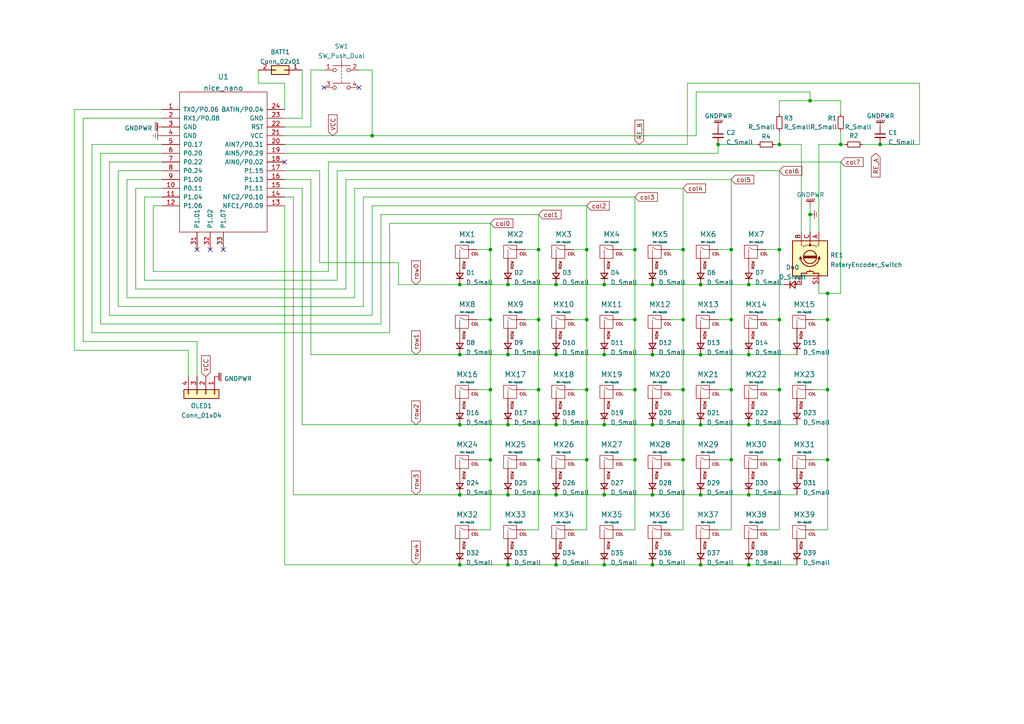
<source format=kicad_sch>
(kicad_sch (version 20211123) (generator eeschema)
  (paper "A4")
  (lib_symbols
    (symbol "Connector_Generic:Conn_01x04" (pin_names (offset 1.016) hide)
      (property "Reference" "J" (at 0 5.08 0))
      (property "Value" "Conn_01x04" (at 0 -7.62 0))
      (symbol "Conn_01x04_1_1"
        (rectangle (start -1.27 -4.953) (end 0 -5.207) (stroke (width 0.1524)))
        (rectangle (start -1.27 -2.413) (end 0 -2.667) (stroke (width 0.1524)))
        (rectangle (start -1.27 0.127) (end 0 -0.127) (stroke (width 0.1524)))
        (rectangle (start -1.27 2.667) (end 0 2.413) (stroke (width 0.1524)))
        (rectangle (start -1.27 3.81) (end 1.27 -6.35) (stroke (width 0.254)) (fill (type background)))
        (pin passive line (at -5.08 2.54 0) (length 3.81) (name "Pin_1") (number "1"))
        (pin passive line (at -5.08 0 0) (length 3.81) (name "Pin_2") (number "2"))
        (pin passive line (at -5.08 -2.54 0) (length 3.81) (name "Pin_3") (number "3"))
        (pin passive line (at -5.08 -5.08 0) (length 3.81) (name "Pin_4") (number "4"))
      )
    )
    (symbol "Connector_Generic:Conn_02x01" (pin_names (offset 1.016) hide)
      (property "Reference" "J" (at 1.27 2.54 0))
      (property "Value" "Conn_02x01" (at 1.27 -2.54 0))
      (symbol "Conn_02x01_1_1"
        (rectangle (start -1.27 0.127) (end 0 -0.127) (stroke (width 0.1524)))
        (rectangle (start -1.27 1.27) (end 3.81 -1.27) (stroke (width 0.254)) (fill (type background)))
        (rectangle (start 3.81 0.127) (end 2.54 -0.127) (stroke (width 0.1524)))
        (pin passive line (at -5.08 0 0) (length 3.81) (name "Pin_1") (number "1"))
        (pin passive line (at 7.62 0 180) (length 3.81) (name "Pin_2") (number "2"))
      )
    )
    (symbol "Device:C_Small" (pin_numbers hide) (pin_names (offset 0.254) hide)
      (property "Reference" "C" (at 0.254 1.778 0))
      (property "Value" "C_Small" (at 0.254 -2.032 0))
      (symbol "C_Small_0_1"
        (polyline (pts (xy -1.524 -0.508) (xy 1.524 -0.508)) (stroke (width 0.3302)))
        (polyline (pts (xy -1.524 0.508) (xy 1.524 0.508)) (stroke (width 0.3048)))
      )
      (symbol "C_Small_1_1"
        (pin passive line (at 0 2.54 270) (length 2.032) (name "~") (number "1"))
        (pin passive line (at 0 -2.54 90) (length 2.032) (name "~") (number "2"))
      )
    )
    (symbol "Device:D_Small" (pin_numbers hide) (pin_names (offset 0.254) hide)
      (property "Reference" "D" (at -1.27 2.032 0))
      (property "Value" "D_Small" (at -3.81 -2.032 0))
      (symbol "D_Small_0_1"
        (polyline (pts (xy -0.762 -1.016) (xy -0.762 1.016)) (stroke (width 0.254)))
        (polyline (pts (xy -0.762 0) (xy 0.762 0)))
        (polyline (pts (xy 0.762 -1.016) (xy -0.762 0) (xy 0.762 1.016) (xy 0.762 -1.016)) (stroke (width 0.254)))
      )
      (symbol "D_Small_1_1"
        (pin passive line (at -2.54 0 0) (length 1.778) (name "K") (number "1"))
        (pin passive line (at 2.54 0 180) (length 1.778) (name "A") (number "2"))
      )
    )
    (symbol "Device:R_Small" (pin_numbers hide) (pin_names (offset 0.254) hide)
      (property "Reference" "R" (at 0.762 0.508 0))
      (property "Value" "R_Small" (at 0.762 -1.016 0))
      (symbol "R_Small_0_1"
        (rectangle (start -0.762 1.778) (end 0.762 -1.778) (stroke (width 0.2032)))
      )
      (symbol "R_Small_1_1"
        (pin passive line (at 0 2.54 270) (length 0.762) (name "~") (number "1"))
        (pin passive line (at 0 -2.54 90) (length 0.762) (name "~") (number "2"))
      )
    )
    (symbol "Device:RotaryEncoder_Switch" (pin_names (offset 0.254) hide)
      (property "Reference" "SW" (at 0 6.604 0))
      (property "Value" "RotaryEncoder_Switch" (at 0 -6.604 0))
      (symbol "RotaryEncoder_Switch_0_1"
        (rectangle (start -5.08 5.08) (end 5.08 -5.08) (stroke (width 0.254)) (fill (type background)))
        (circle (center -3.81 0) (radius 0.254) (fill (type outline)))
        (arc (start -0.381 -2.794) (mid 2.3622 -0.0635) (end -0.381 2.667) (stroke (width 0.254)))
        (circle (center -0.381 0) (radius 1.905) (stroke (width 0.254)))
        (polyline (pts (xy -0.635 -1.778) (xy -0.635 1.778)) (stroke (width 0.254)))
        (polyline (pts (xy -0.381 -1.778) (xy -0.381 1.778)) (stroke (width 0.254)))
        (polyline (pts (xy -0.127 1.778) (xy -0.127 -1.778)) (stroke (width 0.254)))
        (polyline (pts (xy 3.81 0) (xy 3.429 0)) (stroke (width 0.254)))
        (polyline (pts (xy 3.81 1.016) (xy 3.81 -1.016)) (stroke (width 0.254)))
        (polyline (pts (xy -5.08 -2.54) (xy -3.81 -2.54) (xy -3.81 -2.032)))
        (polyline (pts (xy -5.08 2.54) (xy -3.81 2.54) (xy -3.81 2.032)))
        (polyline (pts (xy 0.254 -3.048) (xy -0.508 -2.794) (xy 0.127 -2.413)) (stroke (width 0.254)))
        (polyline (pts (xy 0.254 2.921) (xy -0.508 2.667) (xy 0.127 2.286)) (stroke (width 0.254)))
        (polyline (pts (xy 5.08 -2.54) (xy 4.318 -2.54) (xy 4.318 -1.016)) (stroke (width 0.254)))
        (polyline (pts (xy 5.08 2.54) (xy 4.318 2.54) (xy 4.318 1.016)) (stroke (width 0.254)))
        (polyline (pts (xy -5.08 0) (xy -3.81 0) (xy -3.81 -1.016) (xy -3.302 -2.032)))
        (polyline (pts (xy -4.318 0) (xy -3.81 0) (xy -3.81 1.016) (xy -3.302 2.032)))
        (circle (center 4.318 -1.016) (radius 0.127) (stroke (width 0.254)))
        (circle (center 4.318 1.016) (radius 0.127) (stroke (width 0.254)))
      )
      (symbol "RotaryEncoder_Switch_1_1"
        (pin passive line (at -7.62 2.54 0) (length 2.54) (name "A") (number "A"))
        (pin passive line (at -7.62 -2.54 0) (length 2.54) (name "B") (number "B"))
        (pin passive line (at -7.62 0 0) (length 2.54) (name "C") (number "C"))
        (pin passive line (at 7.62 2.54 180) (length 2.54) (name "S1") (number "S1"))
        (pin passive line (at 7.62 -2.54 180) (length 2.54) (name "S2") (number "S2"))
      )
    )
    (symbol "MX_Alps_Hybrid:MX-NoLED" (pin_names (offset 1.016))
      (property "Reference" "MX" (at -0.635 3.81 0))
      (property "Value" "MX-NoLED" (at -0.635 1.27 0))
      (symbol "MX-NoLED_0_0"
        (rectangle (start -2.54 2.54) (end 1.27 -1.27))
        (polyline (pts (xy -1.27 -1.27) (xy -1.27 1.27)) (stroke (width 0.127)))
        (polyline (pts (xy 1.27 1.27) (xy 0 1.27) (xy -1.27 1.905)) (stroke (width 0.127)))
        (text "COL" (at 3.175 0 0) (effects (font (size 0.762 0.762))))
        (text "ROW" (at 0 -1.905 900) (effects (font (size 0.762 0.762)) (justify right)))
      )
      (symbol "MX-NoLED_1_1"
        (pin passive line (at 3.81 1.27 180) (length 2.54) (name "COL") (number "1"))
        (pin passive line (at -1.27 -3.81 90) (length 2.54) (name "ROW") (number "2"))
      )
    )
    (symbol "Switch:SW_Push_Dual" (pin_names (offset 1.016) hide)
      (property "Reference" "SW" (at 1.27 2.54 0))
      (property "Value" "SW_Push_Dual" (at 0 -6.858 0))
      (symbol "SW_Push_Dual_0_1"
        (circle (center -2.032 -5.08) (radius 0.508))
        (circle (center -2.032 0) (radius 0.508))
        (polyline (pts (xy 0 -3.048) (xy 0 -3.556)))
        (polyline (pts (xy 0 -2.032) (xy 0 -2.54)))
        (polyline (pts (xy 0 -1.524) (xy 0 -1.016)))
        (polyline (pts (xy 0 -0.508) (xy 0 0)))
        (polyline (pts (xy 0 0.508) (xy 0 1.016)))
        (polyline (pts (xy 0 1.27) (xy 0 3.048)))
        (polyline (pts (xy 2.54 -3.81) (xy -2.54 -3.81)))
        (polyline (pts (xy 2.54 1.27) (xy -2.54 1.27)))
        (circle (center 2.032 -5.08) (radius 0.508))
        (circle (center 2.032 0) (radius 0.508))
        (pin passive line (at -5.08 0 0) (length 2.54) (name "1") (number "1"))
        (pin passive line (at 5.08 0 180) (length 2.54) (name "2") (number "2"))
        (pin passive line (at -5.08 -5.08 0) (length 2.54) (name "3") (number "3"))
        (pin passive line (at 5.08 -5.08 180) (length 2.54) (name "4") (number "4"))
      )
    )
    (symbol "nice_nano:nice_nano" (pin_names (offset 1.016))
      (property "Reference" "U" (at 0 0 0))
      (property "Value" "nice_nano" (at 0 2.54 0))
      (symbol "nice_nano_0_1"
        (rectangle (start -12.7 -21.59) (end 12.7 19.05))
      )
      (symbol "nice_nano_1_1"
        (pin input line (at -17.78 13.97 0) (length 5.08) (name "TX0/P0.06") (number "1"))
        (pin input line (at -17.78 -8.89 0) (length 5.08) (name "P0.11") (number "10"))
        (pin input line (at -17.78 -11.43 0) (length 5.08) (name "P1.04") (number "11"))
        (pin input line (at -17.78 -13.97 0) (length 5.08) (name "P1.06") (number "12"))
        (pin input line (at 17.78 -13.97 180) (length 5.08) (name "NFC1/P0.09") (number "13"))
        (pin input line (at 17.78 -11.43 180) (length 5.08) (name "NFC2/P0.10") (number "14"))
        (pin input line (at 17.78 -8.89 180) (length 5.08) (name "P1.11") (number "15"))
        (pin input line (at 17.78 -6.35 180) (length 5.08) (name "P1.13") (number "16"))
        (pin input line (at 17.78 -3.81 180) (length 5.08) (name "P1.15") (number "17"))
        (pin input line (at 17.78 -1.27 180) (length 5.08) (name "AIN0/P0.02") (number "18"))
        (pin input line (at 17.78 1.27 180) (length 5.08) (name "AIN5/P0.29") (number "19"))
        (pin input line (at -17.78 11.43 0) (length 5.08) (name "RX1/P0.08") (number "2"))
        (pin input line (at 17.78 3.81 180) (length 5.08) (name "AIN7/P0.31") (number "20"))
        (pin input line (at 17.78 6.35 180) (length 5.08) (name "VCC") (number "21"))
        (pin input line (at 17.78 8.89 180) (length 5.08) (name "RST") (number "22"))
        (pin input line (at 17.78 11.43 180) (length 5.08) (name "GND") (number "23"))
        (pin input line (at 17.78 13.97 180) (length 5.08) (name "BATIN/P0.04") (number "24"))
        (pin input line (at -17.78 8.89 0) (length 5.08) (name "GND") (number "3"))
        (pin input line (at -7.62 -26.67 90) (length 5.08) (name "P1.01") (number "31"))
        (pin input line (at -3.81 -26.67 90) (length 5.08) (name "P1.02") (number "32"))
        (pin input line (at 0 -26.67 90) (length 5.08) (name "P1.07") (number "33"))
        (pin input line (at -17.78 6.35 0) (length 5.08) (name "GND") (number "4"))
        (pin input line (at -17.78 3.81 0) (length 5.08) (name "P0.17") (number "5"))
        (pin input line (at -17.78 1.27 0) (length 5.08) (name "P0.20") (number "6"))
        (pin input line (at -17.78 -1.27 0) (length 5.08) (name "P0.22") (number "7"))
        (pin input line (at -17.78 -3.81 0) (length 5.08) (name "P0.24") (number "8"))
        (pin input line (at -17.78 -6.35 0) (length 5.08) (name "P1.00") (number "9"))
      )
    )
    (symbol "power:Earth" (power) (pin_names (offset 0))
      (symbol "Earth_0_1"
        (polyline (pts (xy -0.635 -1.905) (xy 0.635 -1.905)))
        (polyline (pts (xy -0.127 -2.54) (xy 0.127 -2.54)))
        (polyline (pts (xy 0 -1.27) (xy 0 0)))
        (polyline (pts (xy 1.27 -1.27) (xy -1.27 -1.27)))
      )
      (symbol "Earth_1_1"
        (pin power_in line (at 0 0 270) (length 0) hide (name "Earth") (number "1"))
      )
    )
    (symbol "power:GNDPWR" (power) (pin_names (offset 0))
      (property "Value" "GNDPWR" (at 0 -3.302 0))
      (symbol "GNDPWR_0_1"
        (polyline (pts (xy 0 -1.27) (xy 0 0)))
        (polyline (pts (xy -1.016 -1.27) (xy -1.27 -2.032) (xy -1.27 -2.032)) (stroke (width 0.2032)))
        (polyline (pts (xy -0.508 -1.27) (xy -0.762 -2.032) (xy -0.762 -2.032)) (stroke (width 0.2032)))
        (polyline (pts (xy 0 -1.27) (xy -0.254 -2.032) (xy -0.254 -2.032)) (stroke (width 0.2032)))
        (polyline (pts (xy 0.508 -1.27) (xy 0.254 -2.032) (xy 0.254 -2.032)) (stroke (width 0.2032)))
        (polyline (pts (xy 1.016 -1.27) (xy -1.016 -1.27) (xy -1.016 -1.27)) (stroke (width 0.2032)))
        (polyline (pts (xy 1.016 -1.27) (xy 0.762 -2.032) (xy 0.762 -2.032) (xy 0.762 -2.032)) (stroke (width 0.2032)))
      )
      (symbol "GNDPWR_1_1"
        (pin power_in line (at 0 0 270) (length 0) hide (name "GNDPWR") (number "1"))
      )
    )
  )
  (junction (at 184.15 113.03))
  (junction (at 133.35 102.87))
  (junction (at 189.23 143.51))
  (junction (at 255.27 41.91))
  (junction (at 156.21 72.39))
  (junction (at 189.23 102.87))
  (junction (at 203.2 123.19))
  (junction (at 203.2 102.87))
  (junction (at 240.03 113.03))
  (junction (at 170.18 72.39))
  (junction (at 234.95 29.21))
  (junction (at 142.24 72.39))
  (junction (at 107.95 39.37))
  (junction (at 175.26 143.51))
  (junction (at 147.32 102.87))
  (junction (at 203.2 82.55))
  (junction (at 189.23 123.19))
  (junction (at 212.09 133.35))
  (junction (at 175.26 163.83))
  (junction (at 226.06 113.03))
  (junction (at 217.17 82.55))
  (junction (at 240.03 85.09))
  (junction (at 147.32 163.83))
  (junction (at 170.18 133.35))
  (junction (at 161.29 82.55))
  (junction (at 170.18 92.71))
  (junction (at 217.17 102.87))
  (junction (at 147.32 123.19))
  (junction (at 217.17 163.83))
  (junction (at 184.15 72.39))
  (junction (at 184.15 92.71))
  (junction (at 161.29 102.87))
  (junction (at 212.09 72.39))
  (junction (at 184.15 133.35))
  (junction (at 161.29 123.19))
  (junction (at 175.26 82.55))
  (junction (at 189.23 163.83))
  (junction (at 217.17 123.19))
  (junction (at 161.29 143.51))
  (junction (at 217.17 143.51))
  (junction (at 133.35 143.51))
  (junction (at 170.18 113.03))
  (junction (at 243.84 41.91))
  (junction (at 212.09 92.71))
  (junction (at 208.28 41.91))
  (junction (at 203.2 163.83))
  (junction (at 161.29 163.83))
  (junction (at 156.21 92.71))
  (junction (at 234.95 62.23))
  (junction (at 142.24 113.03))
  (junction (at 142.24 92.71))
  (junction (at 189.23 82.55))
  (junction (at 203.2 143.51))
  (junction (at 133.35 123.19))
  (junction (at 212.09 113.03))
  (junction (at 240.03 92.71))
  (junction (at 156.21 133.35))
  (junction (at 198.12 133.35))
  (junction (at 147.32 82.55))
  (junction (at 198.12 72.39))
  (junction (at 226.06 92.71))
  (junction (at 133.35 163.83))
  (junction (at 147.32 143.51))
  (junction (at 133.35 82.55))
  (junction (at 226.06 133.35))
  (junction (at 240.03 133.35))
  (junction (at 175.26 102.87))
  (junction (at 156.21 113.03))
  (junction (at 226.06 41.91))
  (junction (at 226.06 72.39))
  (junction (at 198.12 92.71))
  (junction (at 142.24 133.35))
  (junction (at 175.26 123.19))
  (junction (at 198.12 113.03))
  (no_connect (at 104.14 25.4))
  (no_connect (at 93.98 25.4))
  (no_connect (at 64.77 72.39))
  (no_connect (at 57.15 72.39))
  (no_connect (at 60.96 72.39))
  (no_connect (at 82.55 46.99))
  (wire (pts (xy 100.33 52.07) (xy 100.33 83.82)))
  (wire (pts (xy 212.09 133.35) (xy 212.09 153.67)))
  (wire (pts (xy 240.03 85.09) (xy 240.03 92.71)))
  (wire (pts (xy 41.91 81.28) (xy 41.91 57.15)))
  (wire (pts (xy 243.84 85.09) (xy 243.84 46.99)))
  (wire (pts (xy 147.32 143.51) (xy 161.29 143.51)))
  (wire (pts (xy 142.24 153.67) (xy 138.43 153.67)))
  (wire (pts (xy 107.95 59.69) (xy 107.95 91.44)))
  (wire (pts (xy 97.79 49.53) (xy 226.06 49.53)))
  (wire (pts (xy 212.09 153.67) (xy 208.28 153.67)))
  (wire (pts (xy 113.03 64.77) (xy 113.03 96.52)))
  (wire (pts (xy 266.7 24.13) (xy 199.39 24.13)))
  (wire (pts (xy 142.24 72.39) (xy 142.24 64.77)))
  (wire (pts (xy 203.2 82.55) (xy 217.17 82.55)))
  (wire (pts (xy 236.22 133.35) (xy 240.03 133.35)))
  (wire (pts (xy 107.95 39.37) (xy 201.93 39.37)))
  (wire (pts (xy 161.29 102.87) (xy 175.26 102.87)))
  (wire (pts (xy 95.25 46.99) (xy 95.25 78.74)))
  (wire (pts (xy 189.23 82.55) (xy 203.2 82.55)))
  (wire (pts (xy 180.34 72.39) (xy 184.15 72.39)))
  (wire (pts (xy 102.87 54.61) (xy 198.12 54.61)))
  (wire (pts (xy 95.25 46.99) (xy 243.84 46.99)))
  (wire (pts (xy 166.37 113.03) (xy 170.18 113.03)))
  (wire (pts (xy 87.63 34.29) (xy 87.63 20.32)))
  (wire (pts (xy 203.2 143.51) (xy 217.17 143.51)))
  (wire (pts (xy 156.21 62.23) (xy 156.21 72.39)))
  (wire (pts (xy 90.17 52.07) (xy 82.55 52.07)))
  (wire (pts (xy 208.28 41.91) (xy 208.28 44.45)))
  (wire (pts (xy 226.06 41.91) (xy 224.79 41.91)))
  (wire (pts (xy 24.13 34.29) (xy 46.99 34.29)))
  (wire (pts (xy 180.34 113.03) (xy 184.15 113.03)))
  (wire (pts (xy 90.17 52.07) (xy 90.17 102.87)))
  (wire (pts (xy 92.71 49.53) (xy 92.71 76.2)))
  (wire (pts (xy 82.55 34.29) (xy 87.63 34.29)))
  (wire (pts (xy 152.4 113.03) (xy 156.21 113.03)))
  (wire (pts (xy 170.18 153.67) (xy 166.37 153.67)))
  (wire (pts (xy 234.95 59.69) (xy 234.95 62.23)))
  (wire (pts (xy 85.09 57.15) (xy 85.09 143.51)))
  (wire (pts (xy 198.12 153.67) (xy 194.31 153.67)))
  (wire (pts (xy 74.93 20.32) (xy 74.93 24.13)))
  (wire (pts (xy 198.12 92.71) (xy 198.12 113.03)))
  (wire (pts (xy 147.32 82.55) (xy 161.29 82.55)))
  (wire (pts (xy 161.29 123.19) (xy 175.26 123.19)))
  (wire (pts (xy 170.18 92.71) (xy 170.18 113.03)))
  (wire (pts (xy 36.83 52.07) (xy 46.99 52.07)))
  (wire (pts (xy 266.7 41.91) (xy 266.7 24.13)))
  (wire (pts (xy 87.63 54.61) (xy 82.55 54.61)))
  (wire (pts (xy 90.17 20.32) (xy 93.98 20.32)))
  (wire (pts (xy 41.91 57.15) (xy 46.99 57.15)))
  (wire (pts (xy 198.12 133.35) (xy 198.12 153.67)))
  (wire (pts (xy 189.23 123.19) (xy 203.2 123.19)))
  (wire (pts (xy 240.03 113.03) (xy 240.03 133.35)))
  (wire (pts (xy 234.95 29.21) (xy 243.84 29.21)))
  (wire (pts (xy 34.29 49.53) (xy 46.99 49.53)))
  (wire (pts (xy 156.21 133.35) (xy 156.21 153.67)))
  (wire (pts (xy 41.91 81.28) (xy 97.79 81.28)))
  (wire (pts (xy 194.31 92.71) (xy 198.12 92.71)))
  (wire (pts (xy 133.35 102.87) (xy 147.32 102.87)))
  (wire (pts (xy 100.33 52.07) (xy 212.09 52.07)))
  (wire (pts (xy 147.32 123.19) (xy 161.29 123.19)))
  (wire (pts (xy 203.2 102.87) (xy 217.17 102.87)))
  (wire (pts (xy 102.87 86.36) (xy 36.83 86.36)))
  (wire (pts (xy 156.21 92.71) (xy 156.21 113.03)))
  (wire (pts (xy 237.49 67.31) (xy 237.49 41.91)))
  (wire (pts (xy 34.29 88.9) (xy 34.29 49.53)))
  (wire (pts (xy 133.35 82.55) (xy 147.32 82.55)))
  (wire (pts (xy 237.49 85.09) (xy 240.03 85.09)))
  (wire (pts (xy 201.93 39.37) (xy 201.93 26.67)))
  (wire (pts (xy 232.41 67.31) (xy 232.41 41.91)))
  (wire (pts (xy 54.61 101.6) (xy 21.59 101.6)))
  (wire (pts (xy 226.06 92.71) (xy 226.06 113.03)))
  (wire (pts (xy 240.03 92.71) (xy 240.03 113.03)))
  (wire (pts (xy 180.34 133.35) (xy 184.15 133.35)))
  (wire (pts (xy 113.03 64.77) (xy 142.24 64.77)))
  (wire (pts (xy 105.41 88.9) (xy 34.29 88.9)))
  (wire (pts (xy 240.03 85.09) (xy 243.84 85.09)))
  (wire (pts (xy 208.28 92.71) (xy 212.09 92.71)))
  (wire (pts (xy 189.23 143.51) (xy 203.2 143.51)))
  (wire (pts (xy 234.95 62.23) (xy 234.95 67.31)))
  (wire (pts (xy 226.06 113.03) (xy 226.06 133.35)))
  (wire (pts (xy 92.71 49.53) (xy 82.55 49.53)))
  (wire (pts (xy 180.34 92.71) (xy 184.15 92.71)))
  (wire (pts (xy 115.57 82.55) (xy 115.57 76.2)))
  (wire (pts (xy 142.24 133.35) (xy 142.24 153.67)))
  (wire (pts (xy 29.21 44.45) (xy 29.21 93.98)))
  (wire (pts (xy 243.84 29.21) (xy 243.84 33.02)))
  (wire (pts (xy 82.55 163.83) (xy 133.35 163.83)))
  (wire (pts (xy 156.21 72.39) (xy 156.21 92.71)))
  (wire (pts (xy 175.26 123.19) (xy 189.23 123.19)))
  (wire (pts (xy 217.17 143.51) (xy 231.14 143.51)))
  (wire (pts (xy 36.83 86.36) (xy 36.83 52.07)))
  (wire (pts (xy 175.26 163.83) (xy 189.23 163.83)))
  (wire (pts (xy 175.26 102.87) (xy 189.23 102.87)))
  (wire (pts (xy 133.35 143.51) (xy 147.32 143.51)))
  (wire (pts (xy 189.23 163.83) (xy 203.2 163.83)))
  (wire (pts (xy 152.4 92.71) (xy 156.21 92.71)))
  (wire (pts (xy 175.26 143.51) (xy 189.23 143.51)))
  (wire (pts (xy 156.21 113.03) (xy 156.21 133.35)))
  (wire (pts (xy 142.24 92.71) (xy 142.24 113.03)))
  (wire (pts (xy 189.23 102.87) (xy 203.2 102.87)))
  (wire (pts (xy 222.25 113.03) (xy 226.06 113.03)))
  (wire (pts (xy 212.09 113.03) (xy 212.09 133.35)))
  (wire (pts (xy 133.35 163.83) (xy 147.32 163.83)))
  (wire (pts (xy 255.27 41.91) (xy 266.7 41.91)))
  (wire (pts (xy 39.37 83.82) (xy 39.37 54.61)))
  (wire (pts (xy 105.41 57.15) (xy 105.41 88.9)))
  (wire (pts (xy 208.28 41.91) (xy 219.71 41.91)))
  (wire (pts (xy 24.13 34.29) (xy 24.13 99.06)))
  (wire (pts (xy 240.03 153.67) (xy 236.22 153.67)))
  (wire (pts (xy 133.35 123.19) (xy 147.32 123.19)))
  (wire (pts (xy 44.45 78.74) (xy 44.45 59.69)))
  (wire (pts (xy 82.55 24.13) (xy 82.55 31.75)))
  (wire (pts (xy 31.75 46.99) (xy 46.99 46.99)))
  (wire (pts (xy 161.29 82.55) (xy 175.26 82.55)))
  (wire (pts (xy 110.49 62.23) (xy 110.49 93.98)))
  (wire (pts (xy 95.25 78.74) (xy 44.45 78.74)))
  (wire (pts (xy 31.75 91.44) (xy 31.75 46.99)))
  (wire (pts (xy 208.28 133.35) (xy 212.09 133.35)))
  (wire (pts (xy 107.95 20.32) (xy 104.14 20.32)))
  (wire (pts (xy 107.95 39.37) (xy 107.95 20.32)))
  (wire (pts (xy 201.93 26.67) (xy 234.95 26.67)))
  (wire (pts (xy 203.2 163.83) (xy 217.17 163.83)))
  (wire (pts (xy 82.55 36.83) (xy 90.17 36.83)))
  (wire (pts (xy 222.25 92.71) (xy 226.06 92.71)))
  (wire (pts (xy 170.18 133.35) (xy 170.18 153.67)))
  (wire (pts (xy 203.2 123.19) (xy 217.17 123.19)))
  (wire (pts (xy 82.55 41.91) (xy 199.39 41.91)))
  (wire (pts (xy 240.03 133.35) (xy 240.03 153.67)))
  (wire (pts (xy 85.09 143.51) (xy 133.35 143.51)))
  (wire (pts (xy 226.06 33.02) (xy 226.06 29.21)))
  (wire (pts (xy 236.22 92.71) (xy 240.03 92.71)))
  (wire (pts (xy 184.15 133.35) (xy 184.15 153.67)))
  (wire (pts (xy 194.31 133.35) (xy 198.12 133.35)))
  (wire (pts (xy 138.43 92.71) (xy 142.24 92.71)))
  (wire (pts (xy 170.18 113.03) (xy 170.18 133.35)))
  (wire (pts (xy 170.18 72.39) (xy 170.18 92.71)))
  (wire (pts (xy 39.37 54.61) (xy 46.99 54.61)))
  (wire (pts (xy 237.49 41.91) (xy 243.84 41.91)))
  (wire (pts (xy 21.59 31.75) (xy 46.99 31.75)))
  (wire (pts (xy 194.31 72.39) (xy 198.12 72.39)))
  (wire (pts (xy 142.24 72.39) (xy 142.24 92.71)))
  (wire (pts (xy 184.15 92.71) (xy 184.15 113.03)))
  (wire (pts (xy 198.12 113.03) (xy 198.12 133.35)))
  (wire (pts (xy 222.25 133.35) (xy 226.06 133.35)))
  (wire (pts (xy 147.32 163.83) (xy 161.29 163.83)))
  (wire (pts (xy 175.26 82.55) (xy 189.23 82.55)))
  (wire (pts (xy 115.57 76.2) (xy 92.71 76.2)))
  (wire (pts (xy 102.87 54.61) (xy 102.87 86.36)))
  (wire (pts (xy 142.24 113.03) (xy 142.24 133.35)))
  (wire (pts (xy 226.06 41.91) (xy 226.06 38.1)))
  (wire (pts (xy 226.06 72.39) (xy 226.06 92.71)))
  (wire (pts (xy 243.84 38.1) (xy 243.84 41.91)))
  (wire (pts (xy 226.06 133.35) (xy 226.06 153.67)))
  (wire (pts (xy 110.49 62.23) (xy 156.21 62.23)))
  (wire (pts (xy 226.06 72.39) (xy 226.06 49.53)))
  (wire (pts (xy 234.95 26.67) (xy 234.95 29.21)))
  (wire (pts (xy 87.63 54.61) (xy 87.63 123.19)))
  (wire (pts (xy 113.03 96.52) (xy 26.67 96.52)))
  (wire (pts (xy 226.06 153.67) (xy 222.25 153.67)))
  (wire (pts (xy 170.18 72.39) (xy 170.18 59.69)))
  (wire (pts (xy 166.37 72.39) (xy 170.18 72.39)))
  (wire (pts (xy 57.15 99.06) (xy 24.13 99.06)))
  (wire (pts (xy 138.43 133.35) (xy 142.24 133.35)))
  (wire (pts (xy 199.39 24.13) (xy 199.39 41.91)))
  (wire (pts (xy 82.55 39.37) (xy 107.95 39.37)))
  (wire (pts (xy 222.25 72.39) (xy 226.06 72.39)))
  (wire (pts (xy 217.17 163.83) (xy 231.14 163.83)))
  (wire (pts (xy 74.93 24.13) (xy 82.55 24.13)))
  (wire (pts (xy 236.22 113.03) (xy 240.03 113.03)))
  (wire (pts (xy 198.12 72.39) (xy 198.12 92.71)))
  (wire (pts (xy 212.09 72.39) (xy 212.09 92.71)))
  (wire (pts (xy 208.28 113.03) (xy 212.09 113.03)))
  (wire (pts (xy 147.32 102.87) (xy 161.29 102.87)))
  (wire (pts (xy 90.17 102.87) (xy 133.35 102.87)))
  (wire (pts (xy 243.84 41.91) (xy 245.11 41.91)))
  (wire (pts (xy 237.49 82.55) (xy 237.49 85.09)))
  (wire (pts (xy 100.33 83.82) (xy 39.37 83.82)))
  (wire (pts (xy 217.17 82.55) (xy 227.33 82.55)))
  (wire (pts (xy 184.15 113.03) (xy 184.15 133.35)))
  (wire (pts (xy 54.61 109.22) (xy 54.61 101.6)))
  (wire (pts (xy 161.29 143.51) (xy 175.26 143.51)))
  (wire (pts (xy 90.17 36.83) (xy 90.17 20.32)))
  (wire (pts (xy 232.41 41.91) (xy 226.06 41.91)))
  (wire (pts (xy 138.43 72.39) (xy 142.24 72.39)))
  (wire (pts (xy 208.28 72.39) (xy 212.09 72.39)))
  (wire (pts (xy 250.19 41.91) (xy 255.27 41.91)))
  (wire (pts (xy 26.67 41.91) (xy 26.67 96.52)))
  (wire (pts (xy 161.29 163.83) (xy 175.26 163.83)))
  (wire (pts (xy 198.12 72.39) (xy 198.12 54.61)))
  (wire (pts (xy 156.21 153.67) (xy 152.4 153.67)))
  (wire (pts (xy 212.09 72.39) (xy 212.09 52.07)))
  (wire (pts (xy 184.15 72.39) (xy 184.15 92.71)))
  (wire (pts (xy 105.41 57.15) (xy 184.15 57.15)))
  (wire (pts (xy 166.37 133.35) (xy 170.18 133.35)))
  (wire (pts (xy 110.49 93.98) (xy 29.21 93.98)))
  (wire (pts (xy 152.4 72.39) (xy 156.21 72.39)))
  (wire (pts (xy 85.09 57.15) (xy 82.55 57.15)))
  (wire (pts (xy 107.95 91.44) (xy 31.75 91.44)))
  (wire (pts (xy 97.79 49.53) (xy 97.79 81.28)))
  (wire (pts (xy 212.09 92.71) (xy 212.09 113.03)))
  (wire (pts (xy 57.15 109.22) (xy 57.15 99.06)))
  (wire (pts (xy 107.95 59.69) (xy 170.18 59.69)))
  (wire (pts (xy 115.57 82.55) (xy 133.35 82.55)))
  (wire (pts (xy 82.55 44.45) (xy 208.28 44.45)))
  (wire (pts (xy 82.55 59.69) (xy 82.55 163.83)))
  (wire (pts (xy 217.17 102.87) (xy 231.14 102.87)))
  (wire (pts (xy 184.15 72.39) (xy 184.15 57.15)))
  (wire (pts (xy 194.31 113.03) (xy 198.12 113.03)))
  (wire (pts (xy 87.63 123.19) (xy 133.35 123.19)))
  (wire (pts (xy 29.21 44.45) (xy 46.99 44.45)))
  (wire (pts (xy 166.37 92.71) (xy 170.18 92.71)))
  (wire (pts (xy 217.17 123.19) (xy 231.14 123.19)))
  (wire (pts (xy 152.4 133.35) (xy 156.21 133.35)))
  (wire (pts (xy 226.06 29.21) (xy 234.95 29.21)))
  (wire (pts (xy 26.67 41.91) (xy 46.99 41.91)))
  (wire (pts (xy 184.15 153.67) (xy 180.34 153.67)))
  (wire (pts (xy 21.59 31.75) (xy 21.59 101.6)))
  (wire (pts (xy 44.45 59.69) (xy 46.99 59.69)))
  (wire (pts (xy 138.43 113.03) (xy 142.24 113.03)))
  (global_label "col4" (shape input) (at 198.12 54.61 0) (property "Intersheet References" "${INTERSHEET_REFS}" (effects hide)))
  (global_label "col2" (shape input) (at 170.18 59.69 0) (property "Intersheet References" "${INTERSHEET_REFS}" (effects hide)))
  (global_label "RE_B" (shape input) (at 185.42 41.91 90) (property "Intersheet References" "${INTERSHEET_REFS}" (effects hide)))
  (global_label "row0" (shape input) (at 120.65 82.55 90) (property "Intersheet References" "${INTERSHEET_REFS}" (effects hide)))
  (global_label "row1" (shape input) (at 120.65 102.87 90) (property "Intersheet References" "${INTERSHEET_REFS}" (effects hide)))
  (global_label "col6" (shape input) (at 226.06 49.53 0) (property "Intersheet References" "${INTERSHEET_REFS}" (effects hide)))
  (global_label "RE_A" (shape input) (at 254 44.45 270) (property "Intersheet References" "${INTERSHEET_REFS}" (effects hide)))
  (global_label "col0" (shape input) (at 142.24 64.77 0) (property "Intersheet References" "${INTERSHEET_REFS}" (effects hide)))
  (global_label "col3" (shape input) (at 184.15 57.15 0) (property "Intersheet References" "${INTERSHEET_REFS}" (effects hide)))
  (global_label "col7" (shape input) (at 243.84 46.99 0) (property "Intersheet References" "${INTERSHEET_REFS}" (effects hide)))
  (global_label "col1" (shape input) (at 156.21 62.23 0) (property "Intersheet References" "${INTERSHEET_REFS}" (effects hide)))
  (global_label "row3" (shape input) (at 120.65 143.51 90) (property "Intersheet References" "${INTERSHEET_REFS}" (effects hide)))
  (global_label "VCC" (shape input) (at 59.69 109.22 90) (property "Intersheet References" "${INTERSHEET_REFS}" (effects hide)))
  (global_label "col5" (shape input) (at 212.09 52.07 0) (property "Intersheet References" "${INTERSHEET_REFS}" (effects hide)))
  (global_label "row4" (shape input) (at 120.65 163.83 90) (property "Intersheet References" "${INTERSHEET_REFS}" (effects hide)))
  (global_label "VCC" (shape input) (at 96.52 39.37 90) (property "Intersheet References" "${INTERSHEET_REFS}" (effects hide)))
  (global_label "row2" (shape input) (at 120.65 123.19 90) (property "Intersheet References" "${INTERSHEET_REFS}" (effects hide)))
  (symbol (lib_id "MX_Alps_Hybrid:MX-NoLED") (at 134.62 154.94 0) (unit 1)
    (property "Reference" "MX32" (at 135.5056 149.2465 0) (effects (font (size 1.524 1.524))))
    (property "Value" "MX-NoLED" (at 135.5056 151.5171 0) (effects (font (size 0.508 0.508))))
    (property "Footprint" "MX_Only:MXOnly-1U-Hotswap-NoLED" (effects hide))
  )
  (symbol (lib_id "MX_Alps_Hybrid:MX-NoLED") (at 232.41 154.94 0) (unit 1)
    (property "Reference" "MX39" (at 233.2956 149.2465 0) (effects (font (size 1.524 1.524))))
    (property "Value" "MX-NoLED" (at 233.2956 151.5171 0) (effects (font (size 0.508 0.508))))
    (property "Footprint" "MX_Only:MXOnly-1U-Hotswap-NoLED" (effects hide))
  )
  (symbol (lib_id "Switch:SW_Push_Dual") (at 99.06 20.32 0) (unit 1)
    (property "Reference" "SW1" (at 99.06 13.4325 0))
    (property "Value" "SW_Push_Dual" (at 99.06 16.2076 0))
    (property "Footprint" "Button_Switch_THT:SW_PUSH_6mm_H5mm" (effects hide))
  )
  (symbol (lib_id "Device:RotaryEncoder_Switch") (at 234.95 74.93 270) (unit 1)
    (property "Reference" "RE1" (at 240.792 74.0215 90) (effects (justify left)))
    (property "Value" "RotaryEncoder_Switch" (at 240.792 76.7966 90) (effects (justify left)))
    (property "Footprint" "Rotary_Encoder:RotaryEncoder_Alps_EC11E-Switch_Vertical_H20mm" (effects hide))
  )
  (symbol (lib_id "Device:D_Small") (at 231.14 120.65 90) (unit 1)
    (property "Reference" "D23" (at 232.918 119.7415 90) (effects (justify right)))
    (property "Value" "D_Small" (at 232.918 122.5166 90) (effects (justify right)))
    (property "Footprint" "Diode_SMD:D_SOD-123" (effects hide))
  )
  (symbol (lib_id "MX_Alps_Hybrid:MX-NoLED") (at 190.5 154.94 0) (unit 1)
    (property "Reference" "MX36" (at 191.3856 149.2465 0) (effects (font (size 1.524 1.524))))
    (property "Value" "MX-NoLED" (at 191.3856 151.5171 0) (effects (font (size 0.508 0.508))))
    (property "Footprint" "MX_Only:MXOnly-1U-Hotswap-NoLED" (effects hide))
  )
  (symbol (lib_id "MX_Alps_Hybrid:MX-NoLED") (at 218.44 73.66 0) (unit 1)
    (property "Reference" "MX7" (at 219.3256 67.9665 0) (effects (font (size 1.524 1.524))))
    (property "Value" "MX-NoLED" (at 219.3256 70.2371 0) (effects (font (size 0.508 0.508))))
    (property "Footprint" "MX_Only:MXOnly-1U-Hotswap-NoLED" (effects hide))
  )
  (symbol (lib_id "MX_Alps_Hybrid:MX-NoLED") (at 190.5 73.66 0) (unit 1)
    (property "Reference" "MX5" (at 191.3856 67.9665 0) (effects (font (size 1.524 1.524))))
    (property "Value" "MX-NoLED" (at 191.3856 70.2371 0) (effects (font (size 0.508 0.508))))
    (property "Footprint" "MX_Only:MXOnly-1U-Hotswap-NoLED" (effects hide))
  )
  (symbol (lib_id "MX_Alps_Hybrid:MX-NoLED") (at 176.53 93.98 0) (unit 1)
    (property "Reference" "MX11" (at 177.4156 88.2865 0) (effects (font (size 1.524 1.524))))
    (property "Value" "MX-NoLED" (at 177.4156 90.5571 0) (effects (font (size 0.508 0.508))))
    (property "Footprint" "MX_Only:MXOnly-1U-Hotswap-NoLED" (effects hide))
  )
  (symbol (lib_id "Device:D_Small") (at 133.35 100.33 90) (unit 1)
    (property "Reference" "D8" (at 135.128 99.4215 90) (effects (justify right)))
    (property "Value" "D_Small" (at 135.128 102.1966 90) (effects (justify right)))
    (property "Footprint" "Diode_SMD:D_SOD-123" (effects hide))
  )
  (symbol (lib_id "MX_Alps_Hybrid:MX-NoLED") (at 218.44 93.98 0) (unit 1)
    (property "Reference" "MX14" (at 219.3256 88.2865 0) (effects (font (size 1.524 1.524))))
    (property "Value" "MX-NoLED" (at 219.3256 90.5571 0) (effects (font (size 0.508 0.508))))
    (property "Footprint" "MX_Only:MXOnly-1U-Hotswap-NoLED" (effects hide))
  )
  (symbol (lib_id "Device:C_Small") (at 208.28 39.37 0) (unit 1)
    (property "Reference" "C2" (at 210.6041 38.4678 0) (effects (justify left)))
    (property "Value" "C_Small" (at 210.6041 41.2429 0) (effects (justify left)))
    (property "Footprint" "Capacitor_SMD:C_0805_2012Metric_Pad1.18x1.45mm_HandSolder" (effects hide))
  )
  (symbol (lib_id "Device:D_Small") (at 161.29 80.01 90) (unit 1)
    (property "Reference" "D3" (at 163.068 79.1015 90) (effects (justify right)))
    (property "Value" "D_Small" (at 163.068 81.8766 90) (effects (justify right)))
    (property "Footprint" "Diode_SMD:D_SOD-123" (effects hide))
  )
  (symbol (lib_id "Device:D_Small") (at 231.14 161.29 90) (unit 1)
    (property "Reference" "D39" (at 232.918 160.3815 90) (effects (justify right)))
    (property "Value" "D_Small" (at 232.918 163.1566 90) (effects (justify right)))
    (property "Footprint" "Diode_SMD:D_SOD-123" (effects hide))
  )
  (symbol (lib_id "Device:D_Small") (at 231.14 140.97 90) (unit 1)
    (property "Reference" "D31" (at 232.918 140.0615 90) (effects (justify right)))
    (property "Value" "D_Small" (at 232.918 142.8366 90) (effects (justify right)))
    (property "Footprint" "Diode_SMD:D_SOD-123" (effects hide))
  )
  (symbol (lib_id "MX_Alps_Hybrid:MX-NoLED") (at 232.41 114.3 0) (unit 1)
    (property "Reference" "MX23" (at 233.2956 108.6065 0) (effects (font (size 1.524 1.524))))
    (property "Value" "MX-NoLED" (at 233.2956 110.8771 0) (effects (font (size 0.508 0.508))))
    (property "Footprint" "MX_Only:MXOnly-1U-Hotswap-NoLED" (effects hide))
  )
  (symbol (lib_id "Device:D_Small") (at 175.26 140.97 90) (unit 1)
    (property "Reference" "D27" (at 177.038 140.0615 90) (effects (justify right)))
    (property "Value" "D_Small" (at 177.038 142.8366 90) (effects (justify right)))
    (property "Footprint" "Diode_SMD:D_SOD-123" (effects hide))
  )
  (symbol (lib_id "MX_Alps_Hybrid:MX-NoLED") (at 204.47 114.3 0) (unit 1)
    (property "Reference" "MX21" (at 205.3556 108.6065 0) (effects (font (size 1.524 1.524))))
    (property "Value" "MX-NoLED" (at 205.3556 110.8771 0) (effects (font (size 0.508 0.508))))
    (property "Footprint" "MX_Only:MXOnly-1U-Hotswap-NoLED" (effects hide))
  )
  (symbol (lib_id "nice_nano:nice_nano") (at 64.77 45.72 0) (unit 1)
    (property "Reference" "U1" (at 64.77 22.2661 0) (effects (font (size 1.524 1.524))))
    (property "Value" "nice_nano" (at 64.77 25.5451 0) (effects (font (size 1.524 1.524))))
    (property "Footprint" "nice-nano-kicad-master:nice_nano" (effects hide))
  )
  (symbol (lib_id "Device:D_Small") (at 217.17 80.01 90) (unit 1)
    (property "Reference" "D7" (at 218.948 79.1015 90) (effects (justify right)))
    (property "Value" "D_Small" (at 218.948 81.8766 90) (effects (justify right)))
    (property "Footprint" "Diode_SMD:D_SOD-123" (effects hide))
  )
  (symbol (lib_id "Device:D_Small") (at 189.23 120.65 90) (unit 1)
    (property "Reference" "D20" (at 191.008 119.7415 90) (effects (justify right)))
    (property "Value" "D_Small" (at 191.008 122.5166 90) (effects (justify right)))
    (property "Footprint" "Diode_SMD:D_SOD-123" (effects hide))
  )
  (symbol (lib_id "MX_Alps_Hybrid:MX-NoLED") (at 176.53 154.94 0) (unit 1)
    (property "Reference" "MX35" (at 177.4156 149.2465 0) (effects (font (size 1.524 1.524))))
    (property "Value" "MX-NoLED" (at 177.4156 151.5171 0) (effects (font (size 0.508 0.508))))
    (property "Footprint" "MX_Only:MXOnly-1U-Hotswap-NoLED" (effects hide))
  )
  (symbol (lib_id "Device:D_Small") (at 231.14 100.33 90) (unit 1)
    (property "Reference" "D15" (at 232.918 99.4215 90) (effects (justify right)))
    (property "Value" "D_Small" (at 232.918 102.1966 90) (effects (justify right)))
    (property "Footprint" "Diode_SMD:D_SOD-123" (effects hide))
  )
  (symbol (lib_id "MX_Alps_Hybrid:MX-NoLED") (at 134.62 73.66 0) (unit 1)
    (property "Reference" "MX1" (at 135.5056 67.9665 0) (effects (font (size 1.524 1.524))))
    (property "Value" "MX-NoLED" (at 135.5056 70.2371 0) (effects (font (size 0.508 0.508))))
    (property "Footprint" "MX_Only:MXOnly-1U-Hotswap-NoLED" (effects hide))
  )
  (symbol (lib_id "MX_Alps_Hybrid:MX-NoLED") (at 162.56 114.3 0) (unit 1)
    (property "Reference" "MX18" (at 163.4456 108.6065 0) (effects (font (size 1.524 1.524))))
    (property "Value" "MX-NoLED" (at 163.4456 110.8771 0) (effects (font (size 0.508 0.508))))
    (property "Footprint" "MX_Only:MXOnly-1U-Hotswap-NoLED" (effects hide))
  )
  (symbol (lib_id "Device:D_Small") (at 161.29 120.65 90) (unit 1)
    (property "Reference" "D18" (at 163.068 119.7415 90) (effects (justify right)))
    (property "Value" "D_Small" (at 163.068 122.5166 90) (effects (justify right)))
    (property "Footprint" "Diode_SMD:D_SOD-123" (effects hide))
  )
  (symbol (lib_id "Device:D_Small") (at 175.26 80.01 90) (unit 1)
    (property "Reference" "D4" (at 177.038 79.1015 90) (effects (justify right)))
    (property "Value" "D_Small" (at 177.038 81.8766 90) (effects (justify right)))
    (property "Footprint" "Diode_SMD:D_SOD-123" (effects hide))
  )
  (symbol (lib_id "MX_Alps_Hybrid:MX-NoLED") (at 162.56 154.94 0) (unit 1)
    (property "Reference" "MX34" (at 163.4456 149.2465 0) (effects (font (size 1.524 1.524))))
    (property "Value" "MX-NoLED" (at 163.4456 151.5171 0) (effects (font (size 0.508 0.508))))
    (property "Footprint" "MX_Only:MXOnly-1U-Hotswap-NoLED" (effects hide))
  )
  (symbol (lib_id "Connector_Generic:Conn_01x04") (at 59.69 114.3 270) (unit 1)
    (property "Reference" "OLED1" (at 58.42 117.7195 90))
    (property "Value" "Conn_01x04" (at 58.42 120.4946 90))
    (property "Footprint" "yuchi_kbd_lib:OLED_4Pin" (effects hide))
  )
  (symbol (lib_id "MX_Alps_Hybrid:MX-NoLED") (at 148.59 73.66 0) (unit 1)
    (property "Reference" "MX2" (at 149.4756 67.9665 0) (effects (font (size 1.524 1.524))))
    (property "Value" "MX-NoLED" (at 149.4756 70.2371 0) (effects (font (size 0.508 0.508))))
    (property "Footprint" "MX_Only:MXOnly-1U-Hotswap-NoLED" (effects hide))
  )
  (symbol (lib_id "Device:D_Small") (at 161.29 100.33 90) (unit 1)
    (property "Reference" "D10" (at 163.068 99.4215 90) (effects (justify right)))
    (property "Value" "D_Small" (at 163.068 102.1966 90) (effects (justify right)))
    (property "Footprint" "Diode_SMD:D_SOD-123" (effects hide))
  )
  (symbol (lib_id "MX_Alps_Hybrid:MX-NoLED") (at 176.53 134.62 0) (unit 1)
    (property "Reference" "MX27" (at 177.4156 128.9265 0) (effects (font (size 1.524 1.524))))
    (property "Value" "MX-NoLED" (at 177.4156 131.1971 0) (effects (font (size 0.508 0.508))))
    (property "Footprint" "MX_Only:MXOnly-1U-Hotswap-NoLED" (effects hide))
  )
  (symbol (lib_id "MX_Alps_Hybrid:MX-NoLED") (at 190.5 114.3 0) (unit 1)
    (property "Reference" "MX20" (at 191.3856 108.6065 0) (effects (font (size 1.524 1.524))))
    (property "Value" "MX-NoLED" (at 191.3856 110.8771 0) (effects (font (size 0.508 0.508))))
    (property "Footprint" "MX_Only:MXOnly-1U-Hotswap-NoLED" (effects hide))
  )
  (symbol (lib_id "Device:R_Small") (at 243.84 35.56 0) (unit 1)
    (property "Reference" "R1" (at 240.03 34.29 0) (effects (justify left)))
    (property "Value" "R_Small" (at 234.95 36.83 0) (effects (justify left)))
    (property "Footprint" "Resistor_SMD:R_0805_2012Metric_Pad1.20x1.40mm_HandSolder" (effects hide))
  )
  (symbol (lib_id "Device:D_Small") (at 203.2 120.65 90) (unit 1)
    (property "Reference" "D21" (at 204.978 119.7415 90) (effects (justify right)))
    (property "Value" "D_Small" (at 204.978 122.5166 90) (effects (justify right)))
    (property "Footprint" "Diode_SMD:D_SOD-123" (effects hide))
  )
  (symbol (lib_id "MX_Alps_Hybrid:MX-NoLED") (at 162.56 93.98 0) (unit 1)
    (property "Reference" "MX10" (at 163.4456 88.2865 0) (effects (font (size 1.524 1.524))))
    (property "Value" "MX-NoLED" (at 163.4456 90.5571 0) (effects (font (size 0.508 0.508))))
    (property "Footprint" "MX_Only:MXOnly-1U-Hotswap-NoLED" (effects hide))
  )
  (symbol (lib_id "MX_Alps_Hybrid:MX-NoLED") (at 218.44 154.94 0) (unit 1)
    (property "Reference" "MX38" (at 219.3256 149.2465 0) (effects (font (size 1.524 1.524))))
    (property "Value" "MX-NoLED" (at 219.3256 151.5171 0) (effects (font (size 0.508 0.508))))
    (property "Footprint" "MX_Only:MXOnly-1U-Hotswap-NoLED" (effects hide))
  )
  (symbol (lib_id "MX_Alps_Hybrid:MX-NoLED") (at 176.53 114.3 0) (unit 1)
    (property "Reference" "MX19" (at 177.4156 108.6065 0) (effects (font (size 1.524 1.524))))
    (property "Value" "MX-NoLED" (at 177.4156 110.8771 0) (effects (font (size 0.508 0.508))))
    (property "Footprint" "MX_Only:MXOnly-1U-Hotswap-NoLED" (effects hide))
  )
  (symbol (lib_id "MX_Alps_Hybrid:MX-NoLED") (at 134.62 93.98 0) (unit 1)
    (property "Reference" "MX8" (at 135.5056 88.2865 0) (effects (font (size 1.524 1.524))))
    (property "Value" "MX-NoLED" (at 135.5056 90.5571 0) (effects (font (size 0.508 0.508))))
    (property "Footprint" "MX_Only:MXOnly-1U-Hotswap-NoLED" (effects hide))
  )
  (symbol (lib_id "MX_Alps_Hybrid:MX-NoLED") (at 232.41 134.62 0) (unit 1)
    (property "Reference" "MX31" (at 233.2956 128.9265 0) (effects (font (size 1.524 1.524))))
    (property "Value" "MX-NoLED" (at 233.2956 131.1971 0) (effects (font (size 0.508 0.508))))
    (property "Footprint" "MX_Only:MXOnly-1U-Hotswap-NoLED" (effects hide))
  )
  (symbol (lib_id "Device:D_Small") (at 217.17 100.33 90) (unit 1)
    (property "Reference" "D14" (at 218.948 99.4215 90) (effects (justify right)))
    (property "Value" "D_Small" (at 218.948 102.1966 90) (effects (justify right)))
    (property "Footprint" "Diode_SMD:D_SOD-123" (effects hide))
  )
  (symbol (lib_id "MX_Alps_Hybrid:MX-NoLED") (at 204.47 134.62 0) (unit 1)
    (property "Reference" "MX29" (at 205.3556 128.9265 0) (effects (font (size 1.524 1.524))))
    (property "Value" "MX-NoLED" (at 205.3556 131.1971 0) (effects (font (size 0.508 0.508))))
    (property "Footprint" "MX_Only:MXOnly-1U-Hotswap-NoLED" (effects hide))
  )
  (symbol (lib_id "MX_Alps_Hybrid:MX-NoLED") (at 162.56 73.66 0) (unit 1)
    (property "Reference" "MX3" (at 163.4456 67.9665 0) (effects (font (size 1.524 1.524))))
    (property "Value" "MX-NoLED" (at 163.4456 70.2371 0) (effects (font (size 0.508 0.508))))
    (property "Footprint" "MX_Only:MXOnly-1U-Hotswap-NoLED" (effects hide))
  )
  (symbol (lib_id "power:GNDPWR") (at 255.27 36.83 180) (unit 1)
    (property "Reference" "#PWR0102" (effects hide))
    (property "Value" "GNDPWR" (at 255.397 33.6319 0))
  )
  (symbol (lib_id "Device:D_Small") (at 133.35 140.97 90) (unit 1)
    (property "Reference" "D24" (at 135.128 140.0615 90) (effects (justify right)))
    (property "Value" "D_Small" (at 135.128 142.8366 90) (effects (justify right)))
    (property "Footprint" "Diode_SMD:D_SOD-123" (effects hide))
  )
  (symbol (lib_id "MX_Alps_Hybrid:MX-NoLED") (at 190.5 134.62 0) (unit 1)
    (property "Reference" "MX28" (at 191.3856 128.9265 0) (effects (font (size 1.524 1.524))))
    (property "Value" "MX-NoLED" (at 191.3856 131.1971 0) (effects (font (size 0.508 0.508))))
    (property "Footprint" "MX_Only:MXOnly-1U-Hotswap-NoLED" (effects hide))
  )
  (symbol (lib_id "Device:R_Small") (at 226.06 35.56 0) (unit 1)
    (property "Reference" "R3" (at 227.33 34.29 0) (effects (justify left)))
    (property "Value" "R_Small" (at 227.33 36.83 0) (effects (justify left)))
    (property "Footprint" "Resistor_SMD:R_0805_2012Metric_Pad1.20x1.40mm_HandSolder" (effects hide))
  )
  (symbol (lib_id "Device:D_Small") (at 175.26 100.33 90) (unit 1)
    (property "Reference" "D11" (at 177.038 99.4215 90) (effects (justify right)))
    (property "Value" "D_Small" (at 177.038 102.1966 90) (effects (justify right)))
    (property "Footprint" "Diode_SMD:D_SOD-123" (effects hide))
  )
  (symbol (lib_id "Device:D_Small") (at 147.32 140.97 90) (unit 1)
    (property "Reference" "D25" (at 149.098 140.0615 90) (effects (justify right)))
    (property "Value" "D_Small" (at 149.098 142.8366 90) (effects (justify right)))
    (property "Footprint" "Diode_SMD:D_SOD-123" (effects hide))
  )
  (symbol (lib_id "Device:D_Small") (at 189.23 161.29 90) (unit 1)
    (property "Reference" "D36" (at 191.008 160.3815 90) (effects (justify right)))
    (property "Value" "D_Small" (at 191.008 163.1566 90) (effects (justify right)))
    (property "Footprint" "Diode_SMD:D_SOD-123" (effects hide))
  )
  (symbol (lib_id "MX_Alps_Hybrid:MX-NoLED") (at 204.47 154.94 0) (unit 1)
    (property "Reference" "MX37" (at 205.3556 149.2465 0) (effects (font (size 1.524 1.524))))
    (property "Value" "MX-NoLED" (at 205.3556 151.5171 0) (effects (font (size 0.508 0.508))))
    (property "Footprint" "MX_Only:MXOnly-1U-Hotswap-NoLED" (effects hide))
  )
  (symbol (lib_id "Device:D_Small") (at 217.17 120.65 90) (unit 1)
    (property "Reference" "D22" (at 218.948 119.7415 90) (effects (justify right)))
    (property "Value" "D_Small" (at 218.948 122.5166 90) (effects (justify right)))
    (property "Footprint" "Diode_SMD:D_SOD-123" (effects hide))
  )
  (symbol (lib_id "power:Earth") (at 46.99 39.37 270) (unit 1)
    (property "Reference" "#PWR0107" (effects hide))
    (property "Value" "Earth" (effects hide))
  )
  (symbol (lib_id "power:GNDPWR") (at 46.99 36.83 270) (unit 1)
    (property "Reference" "#PWR0106" (effects hide))
    (property "Value" "GNDPWR" (at 44.2215 37.182 90) (effects (justify right)))
  )
  (symbol (lib_id "MX_Alps_Hybrid:MX-NoLED") (at 218.44 114.3 0) (unit 1)
    (property "Reference" "MX22" (at 219.3256 108.6065 0) (effects (font (size 1.524 1.524))))
    (property "Value" "MX-NoLED" (at 219.3256 110.8771 0) (effects (font (size 0.508 0.508))))
    (property "Footprint" "MX_Only:MXOnly-1U-Hotswap-NoLED" (effects hide))
  )
  (symbol (lib_id "Device:D_Small") (at 147.32 100.33 90) (unit 1)
    (property "Reference" "D9" (at 149.098 99.4215 90) (effects (justify right)))
    (property "Value" "D_Small" (at 149.098 102.1966 90) (effects (justify right)))
    (property "Footprint" "Diode_SMD:D_SOD-123" (effects hide))
  )
  (symbol (lib_id "Device:D_Small") (at 147.32 161.29 90) (unit 1)
    (property "Reference" "D33" (at 149.098 160.3815 90) (effects (justify right)))
    (property "Value" "D_Small" (at 149.098 163.1566 90) (effects (justify right)))
    (property "Footprint" "Diode_SMD:D_SOD-123" (effects hide))
  )
  (symbol (lib_id "Device:D_Small") (at 189.23 80.01 90) (unit 1)
    (property "Reference" "D5" (at 191.008 79.1015 90) (effects (justify right)))
    (property "Value" "D_Small" (at 191.008 81.8766 90) (effects (justify right)))
    (property "Footprint" "Diode_SMD:D_SOD-123" (effects hide))
  )
  (symbol (lib_id "MX_Alps_Hybrid:MX-NoLED") (at 162.56 134.62 0) (unit 1)
    (property "Reference" "MX26" (at 163.4456 128.9265 0) (effects (font (size 1.524 1.524))))
    (property "Value" "MX-NoLED" (at 163.4456 131.1971 0) (effects (font (size 0.508 0.508))))
    (property "Footprint" "MX_Only:MXOnly-1U-Hotswap-NoLED" (effects hide))
  )
  (symbol (lib_id "power:GNDPWR") (at 234.95 59.69 180) (unit 1)
    (property "Reference" "#PWR0104" (effects hide))
    (property "Value" "GNDPWR" (at 235.077 56.4919 0))
  )
  (symbol (lib_id "Device:R_Small") (at 247.65 41.91 90) (unit 1)
    (property "Reference" "R2" (at 247.65 39.37 90))
    (property "Value" "R_Small" (at 248.92 36.83 90))
    (property "Footprint" "Resistor_SMD:R_0805_2012Metric_Pad1.20x1.40mm_HandSolder" (effects hide))
  )
  (symbol (lib_id "MX_Alps_Hybrid:MX-NoLED") (at 148.59 154.94 0) (unit 1)
    (property "Reference" "MX33" (at 149.4756 149.2465 0) (effects (font (size 1.524 1.524))))
    (property "Value" "MX-NoLED" (at 149.4756 151.5171 0) (effects (font (size 0.508 0.508))))
    (property "Footprint" "MX_Only:MXOnly-1U-Hotswap-NoLED" (effects hide))
  )
  (symbol (lib_id "Device:D_Small") (at 189.23 100.33 90) (unit 1)
    (property "Reference" "D12" (at 191.008 99.4215 90) (effects (justify right)))
    (property "Value" "D_Small" (at 191.008 102.1966 90) (effects (justify right)))
    (property "Footprint" "Diode_SMD:D_SOD-123" (effects hide))
  )
  (symbol (lib_id "MX_Alps_Hybrid:MX-NoLED") (at 148.59 93.98 0) (unit 1)
    (property "Reference" "MX9" (at 149.4756 88.2865 0) (effects (font (size 1.524 1.524))))
    (property "Value" "MX-NoLED" (at 149.4756 90.5571 0) (effects (font (size 0.508 0.508))))
    (property "Footprint" "MX_Only:MXOnly-1U-Hotswap-NoLED" (effects hide))
  )
  (symbol (lib_id "power:GNDPWR") (at 62.23 109.22 90) (unit 1)
    (property "Reference" "#PWR0101" (effects hide))
    (property "Value" "GNDPWR" (at 64.9986 109.826 90) (effects (justify right)))
  )
  (symbol (lib_id "Device:D_Small") (at 203.2 140.97 90) (unit 1)
    (property "Reference" "D29" (at 204.978 140.0615 90) (effects (justify right)))
    (property "Value" "D_Small" (at 204.978 142.8366 90) (effects (justify right)))
    (property "Footprint" "Diode_SMD:D_SOD-123" (effects hide))
  )
  (symbol (lib_id "MX_Alps_Hybrid:MX-NoLED") (at 204.47 93.98 0) (unit 1)
    (property "Reference" "MX13" (at 205.3556 88.2865 0) (effects (font (size 1.524 1.524))))
    (property "Value" "MX-NoLED" (at 205.3556 90.5571 0) (effects (font (size 0.508 0.508))))
    (property "Footprint" "MX_Only:MXOnly-1U-Hotswap-NoLED" (effects hide))
  )
  (symbol (lib_id "MX_Alps_Hybrid:MX-NoLED") (at 190.5 93.98 0) (unit 1)
    (property "Reference" "MX12" (at 191.3856 88.2865 0) (effects (font (size 1.524 1.524))))
    (property "Value" "MX-NoLED" (at 191.3856 90.5571 0) (effects (font (size 0.508 0.508))))
    (property "Footprint" "MX_Only:MXOnly-1U-Hotswap-NoLED" (effects hide))
  )
  (symbol (lib_id "power:GNDPWR") (at 208.28 36.83 180) (unit 1)
    (property "Reference" "#PWR0103" (effects hide))
    (property "Value" "GNDPWR" (at 208.407 33.6319 0))
  )
  (symbol (lib_id "Device:D_Small") (at 175.26 120.65 90) (unit 1)
    (property "Reference" "D19" (at 177.038 119.7415 90) (effects (justify right)))
    (property "Value" "D_Small" (at 177.038 122.5166 90) (effects (justify right)))
    (property "Footprint" "Diode_SMD:D_SOD-123" (effects hide))
  )
  (symbol (lib_id "Device:D_Small") (at 161.29 140.97 90) (unit 1)
    (property "Reference" "D26" (at 163.068 140.0615 90) (effects (justify right)))
    (property "Value" "D_Small" (at 163.068 142.8366 90) (effects (justify right)))
    (property "Footprint" "Diode_SMD:D_SOD-123" (effects hide))
  )
  (symbol (lib_id "Device:D_Small") (at 217.17 140.97 90) (unit 1)
    (property "Reference" "D30" (at 218.948 140.0615 90) (effects (justify right)))
    (property "Value" "D_Small" (at 218.948 142.8366 90) (effects (justify right)))
    (property "Footprint" "Diode_SMD:D_SOD-123" (effects hide))
  )
  (symbol (lib_id "Device:D_Small") (at 147.32 80.01 90) (unit 1)
    (property "Reference" "D2" (at 149.098 79.1015 90) (effects (justify right)))
    (property "Value" "D_Small" (at 149.098 81.8766 90) (effects (justify right)))
    (property "Footprint" "Diode_SMD:D_SOD-123" (effects hide))
  )
  (symbol (lib_id "Device:D_Small") (at 203.2 161.29 90) (unit 1)
    (property "Reference" "D37" (at 204.978 160.3815 90) (effects (justify right)))
    (property "Value" "D_Small" (at 204.978 163.1566 90) (effects (justify right)))
    (property "Footprint" "Diode_SMD:D_SOD-123" (effects hide))
  )
  (symbol (lib_id "Device:D_Small") (at 133.35 161.29 90) (unit 1)
    (property "Reference" "D32" (at 135.128 160.3815 90) (effects (justify right)))
    (property "Value" "D_Small" (at 135.128 163.1566 90) (effects (justify right)))
    (property "Footprint" "Diode_SMD:D_SOD-123" (effects hide))
  )
  (symbol (lib_id "MX_Alps_Hybrid:MX-NoLED") (at 204.47 73.66 0) (unit 1)
    (property "Reference" "MX6" (at 205.3556 67.9665 0) (effects (font (size 1.524 1.524))))
    (property "Value" "MX-NoLED" (at 205.3556 70.2371 0) (effects (font (size 0.508 0.508))))
    (property "Footprint" "MX_Only:MXOnly-1U-Hotswap-NoLED" (effects hide))
  )
  (symbol (lib_id "Device:D_Small") (at 189.23 140.97 90) (unit 1)
    (property "Reference" "D28" (at 191.008 140.0615 90) (effects (justify right)))
    (property "Value" "D_Small" (at 191.008 142.8366 90) (effects (justify right)))
    (property "Footprint" "Diode_SMD:D_SOD-123" (effects hide))
  )
  (symbol (lib_id "Connector_Generic:Conn_02x01") (at 82.55 20.32 180) (unit 1)
    (property "Reference" "BATT1" (at 81.28 15.0835 0))
    (property "Value" "Conn_02x01" (at 81.28 17.8586 0))
    (property "Footprint" "Capacitor_THT:C_Rect_L41.5mm_W20.0mm_P37.50mm_MKS4" (effects hide))
  )
  (symbol (lib_id "Device:D_Small") (at 203.2 100.33 90) (unit 1)
    (property "Reference" "D13" (at 204.978 99.4215 90) (effects (justify right)))
    (property "Value" "D_Small" (at 204.978 102.1966 90) (effects (justify right)))
    (property "Footprint" "Diode_SMD:D_SOD-123" (effects hide))
  )
  (symbol (lib_id "Device:R_Small") (at 222.25 41.91 90) (unit 1)
    (property "Reference" "R4" (at 223.52 39.6051 90) (effects (justify left)))
    (property "Value" "R_Small" (at 224.79 36.83 90) (effects (justify left)))
    (property "Footprint" "Resistor_SMD:R_0805_2012Metric_Pad1.20x1.40mm_HandSolder" (effects hide))
  )
  (symbol (lib_id "Device:C_Small") (at 255.27 39.37 0) (unit 1)
    (property "Reference" "C1" (at 257.5941 38.4678 0) (effects (justify left)))
    (property "Value" "C_Small" (at 257.5941 41.2429 0) (effects (justify left)))
    (property "Footprint" "Capacitor_SMD:C_0805_2012Metric_Pad1.18x1.45mm_HandSolder" (effects hide))
  )
  (symbol (lib_id "MX_Alps_Hybrid:MX-NoLED") (at 134.62 134.62 0) (unit 1)
    (property "Reference" "MX24" (at 135.5056 128.9265 0) (effects (font (size 1.524 1.524))))
    (property "Value" "MX-NoLED" (at 135.5056 131.1971 0) (effects (font (size 0.508 0.508))))
    (property "Footprint" "MX_Only:MXOnly-1U-Hotswap-NoLED" (effects hide))
  )
  (symbol (lib_id "Device:D_Small") (at 175.26 161.29 90) (unit 1)
    (property "Reference" "D35" (at 177.038 160.3815 90) (effects (justify right)))
    (property "Value" "D_Small" (at 177.038 163.1566 90) (effects (justify right)))
    (property "Footprint" "Diode_SMD:D_SOD-123" (effects hide))
  )
  (symbol (lib_id "Device:D_Small") (at 217.17 161.29 90) (unit 1)
    (property "Reference" "D38" (at 218.948 160.3815 90) (effects (justify right)))
    (property "Value" "D_Small" (at 218.948 163.1566 90) (effects (justify right)))
    (property "Footprint" "Diode_SMD:D_SOD-123" (effects hide))
  )
  (symbol (lib_id "power:Earth") (at 234.95 62.23 90) (unit 1)
    (property "Reference" "#PWR0105" (effects hide))
    (property "Value" "Earth" (effects hide))
  )
  (symbol (lib_id "Device:D_Small") (at 203.2 80.01 90) (unit 1)
    (property "Reference" "D6" (at 204.978 79.1015 90) (effects (justify right)))
    (property "Value" "D_Small" (at 204.978 81.8766 90) (effects (justify right)))
    (property "Footprint" "Diode_SMD:D_SOD-123" (effects hide))
  )
  (symbol (lib_id "Device:D_Small") (at 161.29 161.29 90) (unit 1)
    (property "Reference" "D34" (at 163.068 160.3815 90) (effects (justify right)))
    (property "Value" "D_Small" (at 163.068 163.1566 90) (effects (justify right)))
    (property "Footprint" "Diode_SMD:D_SOD-123" (effects hide))
  )
  (symbol (lib_id "Device:D_Small") (at 229.87 82.55 0) (unit 1)
    (property "Reference" "D40" (at 229.87 77.5675 0))
    (property "Value" "D_Small" (at 229.87 80.3426 0))
    (property "Footprint" "Diode_SMD:D_SOD-123" (effects hide))
  )
  (symbol (lib_id "MX_Alps_Hybrid:MX-NoLED") (at 176.53 73.66 0) (unit 1)
    (property "Reference" "MX4" (at 177.4156 67.9665 0) (effects (font (size 1.524 1.524))))
    (property "Value" "MX-NoLED" (at 177.4156 70.2371 0) (effects (font (size 0.508 0.508))))
    (property "Footprint" "MX_Only:MXOnly-1U-Hotswap-NoLED" (effects hide))
  )
  (symbol (lib_id "MX_Alps_Hybrid:MX-NoLED") (at 218.44 134.62 0) (unit 1)
    (property "Reference" "MX30" (at 219.3256 128.9265 0) (effects (font (size 1.524 1.524))))
    (property "Value" "MX-NoLED" (at 219.3256 131.1971 0) (effects (font (size 0.508 0.508))))
    (property "Footprint" "MX_Only:MXOnly-1U-Hotswap-NoLED" (effects hide))
  )
  (symbol (lib_id "Device:D_Small") (at 133.35 120.65 90) (unit 1)
    (property "Reference" "D16" (at 135.128 119.7415 90) (effects (justify right)))
    (property "Value" "D_Small" (at 135.128 122.5166 90) (effects (justify right)))
    (property "Footprint" "Diode_SMD:D_SOD-123" (effects hide))
  )
  (symbol (lib_id "MX_Alps_Hybrid:MX-NoLED") (at 134.62 114.3 0) (unit 1)
    (property "Reference" "MX16" (at 135.5056 108.6065 0) (effects (font (size 1.524 1.524))))
    (property "Value" "MX-NoLED" (at 135.5056 110.8771 0) (effects (font (size 0.508 0.508))))
    (property "Footprint" "MX_Only:MXOnly-1U-Hotswap-NoLED" (effects hide))
  )
  (symbol (lib_id "MX_Alps_Hybrid:MX-NoLED") (at 148.59 114.3 0) (unit 1)
    (property "Reference" "MX17" (at 149.4756 108.6065 0) (effects (font (size 1.524 1.524))))
    (property "Value" "MX-NoLED" (at 149.4756 110.8771 0) (effects (font (size 0.508 0.508))))
    (property "Footprint" "MX_Only:MXOnly-1U-Hotswap-NoLED" (effects hide))
  )
  (symbol (lib_id "MX_Alps_Hybrid:MX-NoLED") (at 148.59 134.62 0) (unit 1)
    (property "Reference" "MX25" (at 149.4756 128.9265 0) (effects (font (size 1.524 1.524))))
    (property "Value" "MX-NoLED" (at 149.4756 131.1971 0) (effects (font (size 0.508 0.508))))
    (property "Footprint" "MX_Only:MXOnly-1U-Hotswap-NoLED" (effects hide))
  )
  (symbol (lib_id "MX_Alps_Hybrid:MX-NoLED") (at 232.41 93.98 0) (unit 1)
    (property "Reference" "MX15" (at 233.2956 88.2865 0) (effects (font (size 1.524 1.524))))
    (property "Value" "MX-NoLED" (at 233.2956 90.5571 0) (effects (font (size 0.508 0.508))))
    (property "Footprint" "MX_Only:MXOnly-1U-Hotswap-NoLED" (effects hide))
  )
  (symbol (lib_id "Device:D_Small") (at 147.32 120.65 90) (unit 1)
    (property "Reference" "D17" (at 149.098 119.7415 90) (effects (justify right)))
    (property "Value" "D_Small" (at 149.098 122.5166 90) (effects (justify right)))
    (property "Footprint" "Diode_SMD:D_SOD-123" (effects hide))
  )
  (symbol (lib_id "Device:D_Small") (at 133.35 80.01 90) (unit 1)
    (property "Reference" "D1" (at 135.128 79.1015 90) (effects (justify right)))
    (property "Value" "D_Small" (at 135.128 81.8766 90) (effects (justify right)))
    (property "Footprint" "Diode_SMD:D_SOD-123" (effects hide))
  )
)
</source>
